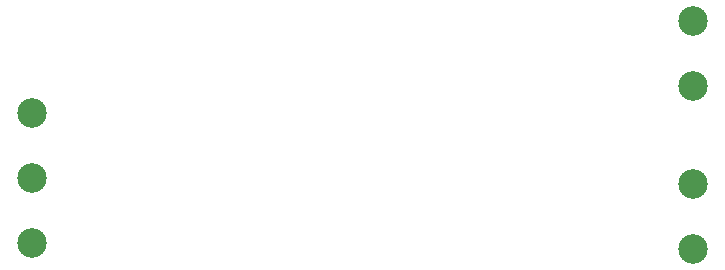
<source format=gbr>
%TF.GenerationSoftware,KiCad,Pcbnew,9.0.4-9.0.4-0~ubuntu24.04.1*%
%TF.CreationDate,2026-01-22T00:02:32-05:00*%
%TF.ProjectId,Mergung 1.18 TRACES,4d657267-756e-4672-9031-2e3138205452,rev?*%
%TF.SameCoordinates,Original*%
%TF.FileFunction,Soldermask,Bot*%
%TF.FilePolarity,Negative*%
%FSLAX46Y46*%
G04 Gerber Fmt 4.6, Leading zero omitted, Abs format (unit mm)*
G04 Created by KiCad (PCBNEW 9.0.4-9.0.4-0~ubuntu24.04.1) date 2026-01-22 00:02:32*
%MOMM*%
%LPD*%
G01*
G04 APERTURE LIST*
%ADD10C,2.500000*%
G04 APERTURE END LIST*
D10*
%TO.C,Con2*%
X103000000Y-34250000D03*
X103000000Y-39750000D03*
%TD*%
%TO.C,Con1*%
X47000000Y-42000000D03*
X47000000Y-47500000D03*
X47000000Y-53000000D03*
%TD*%
%TO.C,Con3*%
X103000000Y-48000000D03*
X103000000Y-53500000D03*
%TD*%
M02*

</source>
